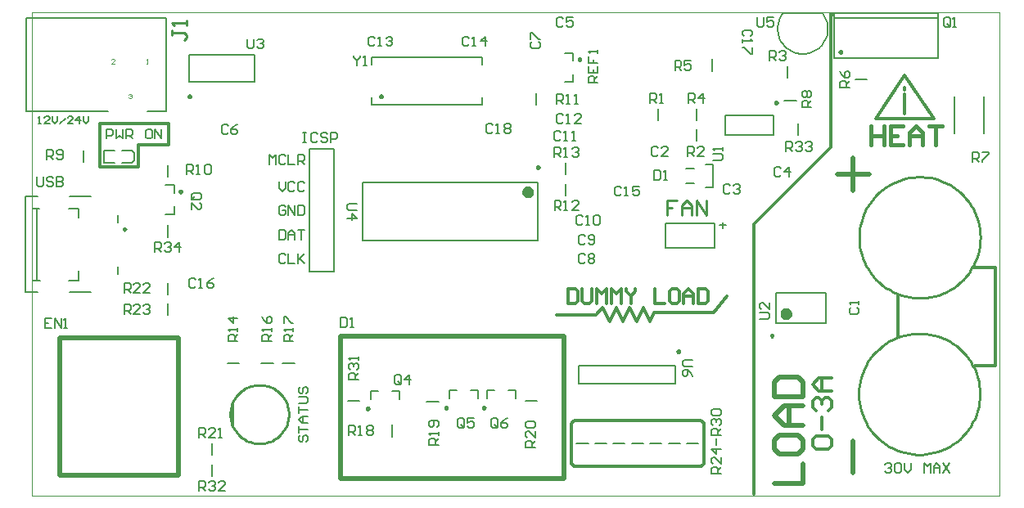
<source format=gto>
%FSTAX24Y24*%
%MOIN*%
%SFA1B1*%

%IPPOS*%
%ADD30C,0.019700*%
%ADD31C,0.023600*%
%ADD33C,0.015700*%
%ADD37C,0.011800*%
%ADD38C,0.003900*%
%ADD61C,0.009800*%
%ADD62C,0.007900*%
%ADD63C,0.010000*%
%ADD64C,0.005000*%
%LNdummyv1-1*%
%LPD*%
G54D30*
X012567Y006475D02*
X021667D01*
Y000675D02*
Y006475D01*
X012567Y000675D02*
X021667D01*
X012567D02*
Y006475D01*
X001142Y000827D02*
X005748D01*
X005945*
Y00626*
Y006417*
X001102D02*
X005945D01*
X001102Y000827D02*
Y006417D01*
X030217Y000492D02*
X031398D01*
Y001279*
X030217Y002263D02*
Y00187D01*
X030414Y001673*
X031201*
X031398Y00187*
Y002263*
X031201Y00246*
X030414*
X030217Y002263*
X031398Y002854D02*
X03061D01*
X030217Y003247*
X03061Y003641*
X031398*
X030807*
Y002854*
X030217Y004034D02*
X031398D01*
Y004625*
X031201Y004821*
X030414*
X030217Y004625*
Y004034*
X033426Y000906D02*
Y002217D01*
X032776Y01309D02*
X034088D01*
X033432Y013746D02*
Y012434D01*
G54D31*
X020295Y012362D02*
D01*
X020294Y01237*
X020293Y012378*
X020292Y012386*
X02029Y012394*
X020287Y012402*
X020284Y012409*
X020281Y012417*
X020277Y012424*
X020272Y012431*
X020267Y012437*
X020261Y012443*
X020255Y012449*
X020249Y012454*
X020242Y012459*
X020236Y012464*
X020228Y012468*
X020221Y012471*
X020213Y012474*
X020205Y012476*
X020197Y012478*
X020189Y012479*
X020181Y012479*
X020172*
X020164Y012479*
X020156Y012478*
X020148Y012476*
X02014Y012474*
X020132Y012471*
X020125Y012468*
X020118Y012464*
X020111Y012459*
X020104Y012454*
X020098Y012449*
X020092Y012443*
X020086Y012437*
X020081Y012431*
X020076Y012424*
X020072Y012417*
X020069Y012409*
X020066Y012402*
X020063Y012394*
X020061Y012386*
X02006Y012378*
X020059Y01237*
X020059Y012362*
X020059Y012353*
X02006Y012345*
X020061Y012337*
X020063Y012329*
X020066Y012321*
X020069Y012314*
X020072Y012306*
X020076Y012299*
X020081Y012292*
X020086Y012286*
X020092Y01228*
X020098Y012274*
X020104Y012269*
X020111Y012264*
X020118Y012259*
X020125Y012255*
X020132Y012252*
X02014Y012249*
X020148Y012247*
X020156Y012245*
X020164Y012244*
X020172Y012244*
X020181*
X020189Y012244*
X020197Y012245*
X020205Y012247*
X020213Y012249*
X020221Y012252*
X020228Y012255*
X020236Y012259*
X020242Y012264*
X020249Y012269*
X020255Y012274*
X020261Y01228*
X020267Y012286*
X020272Y012292*
X020277Y012299*
X020281Y012306*
X020284Y012314*
X020287Y012321*
X02029Y012329*
X020292Y012337*
X020293Y012345*
X020294Y012353*
X020295Y012362*
X030807Y007402D02*
D01*
X030806Y00741*
X030805Y007418*
X030804Y007426*
X030802Y007434*
X030799Y007442*
X030796Y007449*
X030793Y007457*
X030789Y007464*
X030784Y007471*
X030779Y007477*
X030773Y007483*
X030767Y007489*
X030761Y007494*
X030754Y007499*
X030748Y007504*
X03074Y007508*
X030733Y007511*
X030725Y007514*
X030717Y007516*
X030709Y007518*
X030701Y007519*
X030693Y007519*
X030684*
X030676Y007519*
X030668Y007518*
X03066Y007516*
X030652Y007514*
X030644Y007511*
X030637Y007508*
X03063Y007504*
X030623Y007499*
X030616Y007494*
X03061Y007489*
X030604Y007483*
X030598Y007477*
X030593Y007471*
X030588Y007464*
X030584Y007457*
X030581Y007449*
X030578Y007442*
X030575Y007434*
X030573Y007426*
X030572Y007418*
X030571Y00741*
X030571Y007402*
X030571Y007393*
X030572Y007385*
X030573Y007377*
X030575Y007369*
X030578Y007361*
X030581Y007354*
X030584Y007346*
X030588Y007339*
X030593Y007332*
X030598Y007326*
X030604Y00732*
X03061Y007314*
X030616Y007309*
X030623Y007304*
X03063Y007299*
X030637Y007295*
X030644Y007292*
X030652Y007289*
X03066Y007287*
X030668Y007285*
X030676Y007284*
X030684Y007284*
X030693*
X030701Y007284*
X030709Y007285*
X030717Y007287*
X030725Y007289*
X030733Y007292*
X03074Y007295*
X030748Y007299*
X030754Y007304*
X030761Y007309*
X030767Y007314*
X030773Y00732*
X030779Y007326*
X030784Y007332*
X030789Y007339*
X030793Y007346*
X030796Y007354*
X030799Y007361*
X030802Y007369*
X030804Y007377*
X030805Y007385*
X030806Y007393*
X030807Y007402*
G54D33*
X034154Y015059D02*
Y014272D01*
Y014665*
X034678*
Y015059*
Y014272*
X035465Y015059D02*
X034941D01*
Y014272*
X035465*
X034941Y014665D02*
X035203D01*
X035728Y014272D02*
Y014796D01*
X03599Y015059*
X036253Y014796*
Y014272*
Y014665*
X035728*
X036515Y015059D02*
X03704D01*
X036777*
Y014272*
G54D37*
X022146Y003051D02*
D01*
X022132Y00305*
X022118Y003049*
X022105Y003046*
X022091Y003043*
X022078Y003039*
X022065Y003033*
X022053Y003027*
X022041Y003021*
X02203Y003013*
X022019Y003004*
X022009Y002995*
X021999Y002985*
X02199Y002975*
X021982Y002964*
X021975Y002952*
X021968Y00294*
X021963Y002927*
X021958Y002914*
X021954Y002901*
X021951Y002888*
X02195Y002874*
X021949Y00286*
X021949Y002854*
Y001378D02*
D01*
X021949Y001364*
X02195Y00135*
X021953Y001337*
X021956Y001323*
X02196Y00131*
X021966Y001297*
X021972Y001285*
X021978Y001273*
X021986Y001262*
X021995Y001251*
X022004Y001241*
X022014Y001231*
X022024Y001222*
X022035Y001214*
X022047Y001207*
X022059Y0012*
X022072Y001195*
X022085Y00119*
X022098Y001186*
X022111Y001183*
X022125Y001182*
X022139Y001181*
X022146Y001181*
X027165D02*
D01*
X027178Y001181*
X027192Y001182*
X027205Y001185*
X027219Y001188*
X027232Y001192*
X027245Y001198*
X027257Y001204*
X027269Y00121*
X02728Y001218*
X027291Y001227*
X027301Y001236*
X027311Y001246*
X02732Y001256*
X027328Y001267*
X027335Y001279*
X027342Y001291*
X027347Y001304*
X027352Y001317*
X027356Y00133*
X027359Y001343*
X02736Y001357*
X027361Y001371*
X027362Y001378*
Y002854D02*
D01*
X027361Y002867*
X02736Y002881*
X027357Y002894*
X027354Y002908*
X02735Y002921*
X027344Y002934*
X027338Y002946*
X027332Y002958*
X027324Y002969*
X027315Y00298*
X027306Y00299*
X027296Y003*
X027286Y003009*
X027275Y003017*
X027263Y003024*
X027251Y003031*
X027238Y003036*
X027225Y003041*
X027212Y003045*
X027199Y003048*
X027185Y003049*
X027171Y00305*
X027165Y003051*
X021339Y007362D02*
X022953D01*
X023228Y007638*
X023504Y007087*
X02378Y007638*
X024055Y007087*
X024331Y007638D02*
X024606Y007087D01*
X024055D02*
X024331Y007638D01*
X024882D02*
X025157Y007087D01*
X024606D02*
X024882Y007638D01*
X025157Y007087D02*
X025315Y007441D01*
X027323*
X027756*
X028268Y00811*
X02939Y000039D02*
Y011043D01*
X03252Y014173*
Y019636*
X005541Y014272D02*
Y015157D01*
X002756D02*
X005541D01*
X002756Y014272D02*
Y015157D01*
X004331Y014272D02*
X005541D01*
X004331Y013386D02*
Y014272D01*
X002756Y013386D02*
X004331D01*
X002756D02*
Y014272D01*
X021949Y001378D02*
Y002854D01*
X022146Y001181D02*
X027165D01*
X027362Y001378D02*
Y002854D01*
X022146Y003051D02*
X027165D01*
X035531Y016535D02*
Y016634D01*
Y016142D02*
Y016339D01*
Y015551D02*
Y016142D01*
X03435Y015354D02*
X035531Y017126D01*
X036713Y015354*
X03435D02*
X036713D01*
X038386Y005283D02*
X039232D01*
X038287Y009283D02*
X039232D01*
X035256Y006496D02*
Y008169D01*
X039232Y005283D02*
Y009283D01*
X031903Y00189D02*
X031772Y002021D01*
Y002283*
X031903Y002415*
X032428*
X032559Y002283*
Y002021*
X032428Y00189*
X031903*
X032165Y002677D02*
Y003202D01*
X031903Y003464D02*
X031772Y003595D01*
Y003858*
X031903Y003989*
X032034*
X032165Y003858*
Y003726*
Y003858*
X032297Y003989*
X032428*
X032559Y003858*
Y003595*
X032428Y003464*
X032559Y004251D02*
X032034D01*
X031772Y004514*
X032034Y004776*
X032559*
X032165*
Y004251*
X021811Y008425D02*
Y007835D01*
X022106*
X022205Y007933*
Y008327*
X022106Y008425*
X021811*
X022401D02*
Y007933D01*
X0225Y007835*
X022697*
X022795Y007933*
Y008425*
X022992Y007835D02*
Y008425D01*
X023189Y008228*
X023385Y008425*
Y007835*
X023582D02*
Y008425D01*
X023779Y008228*
X023976Y008425*
Y007835*
X024172Y008425D02*
Y008327D01*
X024369Y00813*
X024566Y008327*
Y008425*
X024369Y00813D02*
Y007835D01*
X025353Y008425D02*
Y007835D01*
X025747*
X026239Y008425D02*
X026042D01*
X025944Y008327*
Y007933*
X026042Y007835*
X026239*
X026337Y007933*
Y008327*
X026239Y008425*
X026534Y007835D02*
Y008228D01*
X026731Y008425*
X026927Y008228*
Y007835*
Y00813*
X026534*
X027124Y008425D02*
Y007835D01*
X027419*
X027518Y007933*
Y008327*
X027419Y008425*
X027124*
G54D38*
X003927Y016335D02*
X00396Y016368D01*
X004026*
X004058Y016335*
Y016302*
X004026Y01627*
X003993*
X004026*
X004058Y016237*
Y016204*
X004026Y016171*
X00396*
X003927Y016204*
X00335Y017589D02*
X003219D01*
X00335Y01772*
Y017753*
X003317Y017785*
X003251*
X003219Y017753*
X004636Y017589D02*
X004701D01*
X004669*
Y017785*
X004636Y017753*
X0Y0D02*
Y019685D01*
X03937*
Y0D02*
Y019685D01*
X0Y0D02*
X03937D01*
G54D61*
X003802Y010852D02*
D01*
X003801Y010855*
X003801Y010858*
X0038Y010862*
X0038Y010865*
X003799Y010868*
X003797Y010871*
X003796Y010875*
X003794Y010877*
X003792Y01088*
X00379Y010883*
X003788Y010886*
X003785Y010888*
X003783Y01089*
X00378Y010892*
X003777Y010894*
X003774Y010896*
X003771Y010897*
X003768Y010898*
X003764Y010899*
X003761Y0109*
X003758Y0109*
X003754Y0109*
X003751*
X003747Y0109*
X003744Y0109*
X003741Y010899*
X003737Y010898*
X003734Y010897*
X003731Y010896*
X003728Y010894*
X003725Y010892*
X003722Y01089*
X00372Y010888*
X003717Y010886*
X003715Y010883*
X003713Y01088*
X003711Y010877*
X003709Y010875*
X003708Y010871*
X003706Y010868*
X003705Y010865*
X003705Y010862*
X003704Y010858*
X003704Y010855*
X003704Y010852*
X003704Y010848*
X003704Y010845*
X003705Y010841*
X003705Y010838*
X003706Y010835*
X003708Y010832*
X003709Y010828*
X003711Y010826*
X003713Y010823*
X003715Y01082*
X003717Y010817*
X00372Y010815*
X003722Y010813*
X003725Y010811*
X003728Y010809*
X003731Y010807*
X003734Y010806*
X003737Y010805*
X003741Y010804*
X003744Y010803*
X003747Y010803*
X003751Y010803*
X003754*
X003758Y010803*
X003761Y010803*
X003764Y010804*
X003768Y010805*
X003771Y010806*
X003774Y010807*
X003777Y010809*
X00378Y010811*
X003783Y010813*
X003785Y010815*
X003788Y010817*
X00379Y01082*
X003792Y010823*
X003794Y010826*
X003796Y010828*
X003797Y010832*
X003799Y010835*
X0038Y010838*
X0038Y010841*
X003801Y010845*
X003801Y010848*
X003802Y010852*
X020642Y013366D02*
D01*
X020641Y013369*
X020641Y013372*
X02064Y013376*
X02064Y013379*
X020639Y013382*
X020637Y013385*
X020636Y013389*
X020634Y013391*
X020632Y013394*
X02063Y013397*
X020628Y0134*
X020625Y013402*
X020623Y013404*
X02062Y013406*
X020617Y013408*
X020614Y01341*
X020611Y013411*
X020608Y013412*
X020604Y013413*
X020601Y013414*
X020598Y013414*
X020594Y013414*
X020591*
X020587Y013414*
X020584Y013414*
X020581Y013413*
X020577Y013412*
X020574Y013411*
X020571Y01341*
X020568Y013408*
X020565Y013406*
X020562Y013404*
X02056Y013402*
X020557Y0134*
X020555Y013397*
X020553Y013394*
X020551Y013391*
X020549Y013389*
X020548Y013385*
X020546Y013382*
X020545Y013379*
X020545Y013376*
X020544Y013372*
X020544Y013369*
X020544Y013366*
X020544Y013362*
X020544Y013359*
X020545Y013355*
X020545Y013352*
X020546Y013349*
X020548Y013346*
X020549Y013342*
X020551Y01334*
X020553Y013337*
X020555Y013334*
X020557Y013331*
X02056Y013329*
X020562Y013327*
X020565Y013325*
X020568Y013323*
X020571Y013321*
X020574Y01332*
X020577Y013319*
X020581Y013318*
X020584Y013317*
X020587Y013317*
X020591Y013317*
X020594*
X020598Y013317*
X020601Y013317*
X020604Y013318*
X020608Y013319*
X020611Y01332*
X020614Y013321*
X020617Y013323*
X02062Y013325*
X020623Y013327*
X020625Y013329*
X020628Y013331*
X02063Y013334*
X020632Y013337*
X020634Y01334*
X020636Y013342*
X020637Y013346*
X020639Y013349*
X02064Y013352*
X02064Y013355*
X020641Y013359*
X020641Y013362*
X020642Y013366*
X006447Y01626D02*
D01*
X006446Y016263*
X006446Y016266*
X006445Y01627*
X006445Y016273*
X006444Y016276*
X006442Y016279*
X006441Y016283*
X006439Y016285*
X006437Y016288*
X006435Y016291*
X006433Y016294*
X00643Y016296*
X006428Y016298*
X006425Y0163*
X006422Y016302*
X006419Y016304*
X006416Y016305*
X006413Y016306*
X006409Y016307*
X006406Y016308*
X006403Y016308*
X006399Y016308*
X006396*
X006392Y016308*
X006389Y016308*
X006386Y016307*
X006382Y016306*
X006379Y016305*
X006376Y016304*
X006373Y016302*
X00637Y0163*
X006367Y016298*
X006365Y016296*
X006362Y016294*
X00636Y016291*
X006358Y016288*
X006356Y016285*
X006354Y016283*
X006353Y016279*
X006351Y016276*
X00635Y016273*
X00635Y01627*
X006349Y016266*
X006349Y016263*
X006349Y01626*
X006349Y016256*
X006349Y016253*
X00635Y016249*
X00635Y016246*
X006351Y016243*
X006353Y01624*
X006354Y016236*
X006356Y016234*
X006358Y016231*
X00636Y016228*
X006362Y016225*
X006365Y016223*
X006367Y016221*
X00637Y016219*
X006373Y016217*
X006376Y016215*
X006379Y016214*
X006382Y016213*
X006386Y016212*
X006389Y016211*
X006392Y016211*
X006396Y016211*
X006399*
X006403Y016211*
X006406Y016211*
X006409Y016212*
X006413Y016213*
X006416Y016214*
X006419Y016215*
X006422Y016217*
X006425Y016219*
X006428Y016221*
X00643Y016223*
X006433Y016225*
X006435Y016228*
X006437Y016231*
X006439Y016234*
X006441Y016236*
X006442Y01624*
X006444Y016243*
X006445Y016246*
X006445Y016249*
X006446Y016253*
X006446Y016256*
X006447Y01626*
X006093Y012382D02*
D01*
X006092Y012385*
X006092Y012388*
X006091Y012392*
X006091Y012395*
X00609Y012398*
X006088Y012401*
X006087Y012405*
X006085Y012407*
X006083Y01241*
X006081Y012413*
X006079Y012416*
X006076Y012418*
X006074Y01242*
X006071Y012422*
X006068Y012424*
X006065Y012426*
X006062Y012427*
X006059Y012428*
X006055Y012429*
X006052Y01243*
X006049Y01243*
X006045Y01243*
X006042*
X006038Y01243*
X006035Y01243*
X006032Y012429*
X006028Y012428*
X006025Y012427*
X006022Y012426*
X006019Y012424*
X006016Y012422*
X006013Y01242*
X006011Y012418*
X006008Y012416*
X006006Y012413*
X006004Y01241*
X006002Y012407*
X006Y012405*
X005999Y012401*
X005997Y012398*
X005996Y012395*
X005996Y012392*
X005995Y012388*
X005995Y012385*
X005995Y012382*
X005995Y012378*
X005995Y012375*
X005996Y012371*
X005996Y012368*
X005997Y012365*
X005999Y012362*
X006Y012358*
X006002Y012356*
X006004Y012353*
X006006Y01235*
X006008Y012347*
X006011Y012345*
X006013Y012343*
X006016Y012341*
X006019Y012339*
X006022Y012337*
X006025Y012336*
X006028Y012335*
X006032Y012334*
X006035Y012333*
X006038Y012333*
X006042Y012333*
X006045*
X006049Y012333*
X006052Y012333*
X006055Y012334*
X006059Y012335*
X006062Y012336*
X006065Y012337*
X006068Y012339*
X006071Y012341*
X006074Y012343*
X006076Y012345*
X006079Y012347*
X006081Y01235*
X006083Y012353*
X006085Y012356*
X006087Y012358*
X006088Y012362*
X00609Y012365*
X006091Y012368*
X006091Y012371*
X006092Y012375*
X006092Y012378*
X006093Y012382*
X013711Y003543D02*
D01*
X01371Y003546*
X01371Y003549*
X013709Y003553*
X013709Y003556*
X013708Y003559*
X013706Y003562*
X013705Y003566*
X013703Y003568*
X013701Y003571*
X013699Y003574*
X013697Y003577*
X013694Y003579*
X013692Y003581*
X013689Y003583*
X013686Y003585*
X013683Y003587*
X01368Y003588*
X013677Y003589*
X013673Y00359*
X01367Y003591*
X013667Y003591*
X013663Y003591*
X01366*
X013656Y003591*
X013653Y003591*
X01365Y00359*
X013646Y003589*
X013643Y003588*
X01364Y003587*
X013637Y003585*
X013634Y003583*
X013631Y003581*
X013629Y003579*
X013626Y003577*
X013624Y003574*
X013622Y003571*
X01362Y003568*
X013618Y003566*
X013617Y003562*
X013615Y003559*
X013614Y003556*
X013614Y003553*
X013613Y003549*
X013613Y003546*
X013613Y003543*
X013613Y003539*
X013613Y003536*
X013614Y003532*
X013614Y003529*
X013615Y003526*
X013617Y003523*
X013618Y003519*
X01362Y003517*
X013622Y003514*
X013624Y003511*
X013626Y003508*
X013629Y003506*
X013631Y003504*
X013634Y003502*
X013637Y0035*
X01364Y003498*
X013643Y003497*
X013646Y003496*
X01365Y003495*
X013653Y003494*
X013656Y003494*
X01366Y003494*
X013663*
X013667Y003494*
X01367Y003494*
X013673Y003495*
X013677Y003496*
X01368Y003497*
X013683Y003498*
X013686Y0035*
X013689Y003502*
X013692Y003504*
X013694Y003506*
X013697Y003508*
X013699Y003511*
X013701Y003514*
X013703Y003517*
X013705Y003519*
X013706Y003523*
X013708Y003526*
X013709Y003529*
X013709Y003532*
X01371Y003536*
X01371Y003539*
X013711Y003543*
X0169Y003573D02*
D01*
X016899Y003576*
X016899Y003579*
X016898Y003583*
X016898Y003586*
X016897Y003589*
X016895Y003592*
X016894Y003596*
X016892Y003598*
X01689Y003601*
X016888Y003604*
X016886Y003607*
X016883Y003609*
X016881Y003611*
X016878Y003613*
X016875Y003615*
X016872Y003617*
X016869Y003618*
X016866Y003619*
X016862Y00362*
X016859Y003621*
X016856Y003621*
X016852Y003621*
X016849*
X016845Y003621*
X016842Y003621*
X016839Y00362*
X016835Y003619*
X016832Y003618*
X016829Y003617*
X016826Y003615*
X016823Y003613*
X01682Y003611*
X016818Y003609*
X016815Y003607*
X016813Y003604*
X016811Y003601*
X016809Y003598*
X016807Y003596*
X016806Y003592*
X016804Y003589*
X016803Y003586*
X016803Y003583*
X016802Y003579*
X016802Y003576*
X016802Y003573*
X016802Y003569*
X016802Y003566*
X016803Y003562*
X016803Y003559*
X016804Y003556*
X016806Y003553*
X016807Y003549*
X016809Y003547*
X016811Y003544*
X016813Y003541*
X016815Y003538*
X016818Y003536*
X01682Y003534*
X016823Y003532*
X016826Y00353*
X016829Y003528*
X016832Y003527*
X016835Y003526*
X016839Y003525*
X016842Y003524*
X016845Y003524*
X016849Y003524*
X016852*
X016856Y003524*
X016859Y003524*
X016862Y003525*
X016866Y003526*
X016869Y003527*
X016872Y003528*
X016875Y00353*
X016878Y003532*
X016881Y003534*
X016883Y003536*
X016886Y003538*
X016888Y003541*
X01689Y003544*
X016892Y003547*
X016894Y003549*
X016895Y003553*
X016897Y003556*
X016898Y003559*
X016898Y003562*
X016899Y003566*
X016899Y003569*
X0169Y003573*
X018435D02*
D01*
X018434Y003576*
X018434Y003579*
X018433Y003583*
X018433Y003586*
X018432Y003589*
X01843Y003592*
X018429Y003596*
X018427Y003598*
X018425Y003601*
X018423Y003604*
X018421Y003607*
X018418Y003609*
X018416Y003611*
X018413Y003613*
X01841Y003615*
X018407Y003617*
X018404Y003618*
X018401Y003619*
X018397Y00362*
X018394Y003621*
X018391Y003621*
X018387Y003621*
X018384*
X01838Y003621*
X018377Y003621*
X018374Y00362*
X01837Y003619*
X018367Y003618*
X018364Y003617*
X018361Y003615*
X018358Y003613*
X018355Y003611*
X018353Y003609*
X01835Y003607*
X018348Y003604*
X018346Y003601*
X018344Y003598*
X018342Y003596*
X018341Y003592*
X018339Y003589*
X018338Y003586*
X018338Y003583*
X018337Y003579*
X018337Y003576*
X018337Y003573*
X018337Y003569*
X018337Y003566*
X018338Y003562*
X018338Y003559*
X018339Y003556*
X018341Y003553*
X018342Y003549*
X018344Y003547*
X018346Y003544*
X018348Y003541*
X01835Y003538*
X018353Y003536*
X018355Y003534*
X018358Y003532*
X018361Y00353*
X018364Y003528*
X018367Y003527*
X01837Y003526*
X018374Y003525*
X018377Y003524*
X01838Y003524*
X018384Y003524*
X018387*
X018391Y003524*
X018394Y003524*
X018397Y003525*
X018401Y003526*
X018404Y003527*
X018407Y003528*
X01841Y00353*
X018413Y003532*
X018416Y003534*
X018418Y003536*
X018421Y003538*
X018423Y003541*
X018425Y003544*
X018427Y003547*
X018429Y003549*
X01843Y003553*
X018432Y003556*
X018433Y003559*
X018433Y003562*
X018434Y003566*
X018434Y003569*
X018435Y003573*
X02636Y005862D02*
D01*
X026359Y005865*
X026359Y005868*
X026358Y005872*
X026358Y005875*
X026357Y005878*
X026355Y005881*
X026354Y005885*
X026352Y005887*
X02635Y00589*
X026348Y005893*
X026346Y005896*
X026343Y005898*
X026341Y0059*
X026338Y005902*
X026335Y005904*
X026332Y005906*
X026329Y005907*
X026326Y005908*
X026322Y005909*
X026319Y00591*
X026316Y00591*
X026312Y00591*
X026309*
X026305Y00591*
X026302Y00591*
X026299Y005909*
X026295Y005908*
X026292Y005907*
X026289Y005906*
X026286Y005904*
X026283Y005902*
X02628Y0059*
X026278Y005898*
X026275Y005896*
X026273Y005893*
X026271Y00589*
X026269Y005887*
X026267Y005885*
X026266Y005881*
X026264Y005878*
X026263Y005875*
X026263Y005872*
X026262Y005868*
X026262Y005865*
X026262Y005862*
X026262Y005858*
X026262Y005855*
X026263Y005851*
X026263Y005848*
X026264Y005845*
X026266Y005842*
X026267Y005838*
X026269Y005836*
X026271Y005833*
X026273Y00583*
X026275Y005827*
X026278Y005825*
X02628Y005823*
X026283Y005821*
X026286Y005819*
X026289Y005817*
X026292Y005816*
X026295Y005815*
X026299Y005814*
X026302Y005813*
X026305Y005813*
X026309Y005813*
X026312*
X026316Y005813*
X026319Y005813*
X026322Y005814*
X026326Y005815*
X026329Y005816*
X026332Y005817*
X026335Y005819*
X026338Y005821*
X026341Y005823*
X026343Y005825*
X026346Y005827*
X026348Y00583*
X02635Y005833*
X026352Y005836*
X026354Y005838*
X026355Y005842*
X026357Y005845*
X026358Y005848*
X026358Y005851*
X026359Y005855*
X026359Y005858*
X02636Y005862*
X022333Y017776D02*
D01*
X022332Y017779*
X022332Y017782*
X022331Y017786*
X022331Y017789*
X02233Y017792*
X022328Y017795*
X022327Y017799*
X022325Y017801*
X022323Y017804*
X022321Y017807*
X022319Y01781*
X022316Y017812*
X022314Y017814*
X022311Y017816*
X022308Y017818*
X022305Y01782*
X022302Y017821*
X022299Y017822*
X022295Y017823*
X022292Y017824*
X022289Y017824*
X022285Y017824*
X022282*
X022278Y017824*
X022275Y017824*
X022272Y017823*
X022268Y017822*
X022265Y017821*
X022262Y01782*
X022259Y017818*
X022256Y017816*
X022253Y017814*
X022251Y017812*
X022248Y01781*
X022246Y017807*
X022244Y017804*
X022242Y017801*
X02224Y017799*
X022239Y017795*
X022237Y017792*
X022236Y017789*
X022236Y017786*
X022235Y017782*
X022235Y017779*
X022235Y017776*
X022235Y017772*
X022235Y017769*
X022236Y017765*
X022236Y017762*
X022237Y017759*
X022239Y017756*
X02224Y017752*
X022242Y01775*
X022244Y017747*
X022246Y017744*
X022248Y017741*
X022251Y017739*
X022253Y017737*
X022256Y017735*
X022259Y017733*
X022262Y017731*
X022265Y01773*
X022268Y017729*
X022272Y017728*
X022275Y017727*
X022278Y017727*
X022282Y017727*
X022285*
X022289Y017727*
X022292Y017727*
X022295Y017728*
X022299Y017729*
X022302Y01773*
X022305Y017731*
X022308Y017733*
X022311Y017735*
X022314Y017737*
X022316Y017739*
X022319Y017741*
X022321Y017744*
X022323Y017747*
X022325Y01775*
X022327Y017752*
X022328Y017756*
X02233Y017759*
X022331Y017762*
X022331Y017765*
X022332Y017769*
X022332Y017772*
X022333Y017776*
X014242Y01626D02*
D01*
X014241Y016263*
X014241Y016266*
X01424Y01627*
X01424Y016273*
X014239Y016276*
X014237Y016279*
X014236Y016283*
X014234Y016285*
X014232Y016288*
X01423Y016291*
X014228Y016294*
X014225Y016296*
X014223Y016298*
X01422Y0163*
X014217Y016302*
X014214Y016304*
X014211Y016305*
X014208Y016306*
X014204Y016307*
X014201Y016308*
X014198Y016308*
X014194Y016308*
X014191*
X014187Y016308*
X014184Y016308*
X014181Y016307*
X014177Y016306*
X014174Y016305*
X014171Y016304*
X014168Y016302*
X014165Y0163*
X014162Y016298*
X01416Y016296*
X014157Y016294*
X014155Y016291*
X014153Y016288*
X014151Y016285*
X014149Y016283*
X014148Y016279*
X014146Y016276*
X014145Y016273*
X014145Y01627*
X014144Y016266*
X014144Y016263*
X014144Y01626*
X014144Y016256*
X014144Y016253*
X014145Y016249*
X014145Y016246*
X014146Y016243*
X014148Y01624*
X014149Y016236*
X014151Y016234*
X014153Y016231*
X014155Y016228*
X014157Y016225*
X01416Y016223*
X014162Y016221*
X014165Y016219*
X014168Y016217*
X014171Y016215*
X014174Y016214*
X014177Y016213*
X014181Y016212*
X014184Y016211*
X014187Y016211*
X014191Y016211*
X014194*
X014198Y016211*
X014201Y016211*
X014204Y016212*
X014208Y016213*
X014211Y016214*
X014214Y016215*
X014217Y016217*
X01422Y016219*
X014223Y016221*
X014225Y016223*
X014228Y016225*
X01423Y016228*
X014232Y016231*
X014234Y016234*
X014236Y016236*
X014237Y01624*
X014239Y016243*
X01424Y016246*
X01424Y016249*
X014241Y016253*
X014241Y016256*
X014242Y01626*
X030346Y016004D02*
D01*
X030345Y016007*
X030345Y01601*
X030344Y016014*
X030344Y016017*
X030343Y01602*
X030341Y016023*
X03034Y016027*
X030338Y016029*
X030336Y016032*
X030334Y016035*
X030332Y016038*
X030329Y01604*
X030327Y016042*
X030324Y016044*
X030321Y016046*
X030318Y016048*
X030315Y016049*
X030312Y01605*
X030308Y016051*
X030305Y016052*
X030302Y016052*
X030298Y016052*
X030295*
X030291Y016052*
X030288Y016052*
X030285Y016051*
X030281Y01605*
X030278Y016049*
X030275Y016048*
X030272Y016046*
X030269Y016044*
X030266Y016042*
X030264Y01604*
X030261Y016038*
X030259Y016035*
X030257Y016032*
X030255Y016029*
X030253Y016027*
X030252Y016023*
X03025Y01602*
X030249Y016017*
X030249Y016014*
X030248Y01601*
X030248Y016007*
X030248Y016004*
X030248Y016*
X030248Y015997*
X030249Y015993*
X030249Y01599*
X03025Y015987*
X030252Y015984*
X030253Y01598*
X030255Y015978*
X030257Y015975*
X030259Y015972*
X030261Y015969*
X030264Y015967*
X030266Y015965*
X030269Y015963*
X030272Y015961*
X030275Y015959*
X030278Y015958*
X030281Y015957*
X030285Y015956*
X030288Y015955*
X030291Y015955*
X030295Y015955*
X030298*
X030302Y015955*
X030305Y015955*
X030308Y015956*
X030312Y015957*
X030315Y015958*
X030318Y015959*
X030321Y015961*
X030324Y015963*
X030327Y015965*
X030329Y015967*
X030332Y015969*
X030334Y015972*
X030336Y015975*
X030338Y015978*
X03034Y01598*
X030341Y015984*
X030343Y015987*
X030344Y01599*
X030344Y015993*
X030345Y015997*
X030345Y016*
X030346Y016004*
X032963Y018071D02*
D01*
X032962Y018074*
X032962Y018077*
X032961Y018081*
X032961Y018084*
X03296Y018087*
X032958Y01809*
X032957Y018094*
X032955Y018096*
X032953Y018099*
X032951Y018102*
X032949Y018105*
X032946Y018107*
X032944Y018109*
X032941Y018111*
X032938Y018113*
X032935Y018115*
X032932Y018116*
X032929Y018117*
X032925Y018118*
X032922Y018119*
X032919Y018119*
X032915Y018119*
X032912*
X032908Y018119*
X032905Y018119*
X032902Y018118*
X032898Y018117*
X032895Y018116*
X032892Y018115*
X032889Y018113*
X032886Y018111*
X032883Y018109*
X032881Y018107*
X032878Y018105*
X032876Y018102*
X032874Y018099*
X032872Y018096*
X03287Y018094*
X032869Y01809*
X032867Y018087*
X032866Y018084*
X032866Y018081*
X032865Y018077*
X032865Y018074*
X032865Y018071*
X032865Y018067*
X032865Y018064*
X032866Y01806*
X032866Y018057*
X032867Y018054*
X032869Y018051*
X03287Y018047*
X032872Y018045*
X032874Y018042*
X032876Y018039*
X032878Y018036*
X032881Y018034*
X032883Y018032*
X032886Y01803*
X032889Y018028*
X032892Y018026*
X032895Y018025*
X032898Y018024*
X032902Y018023*
X032905Y018022*
X032908Y018022*
X032912Y018022*
X032915*
X032919Y018022*
X032922Y018022*
X032925Y018023*
X032929Y018024*
X032932Y018025*
X032935Y018026*
X032938Y018028*
X032941Y01803*
X032944Y018032*
X032946Y018034*
X032949Y018036*
X032951Y018039*
X032953Y018042*
X032955Y018045*
X032957Y018047*
X032958Y018051*
X03296Y018054*
X032961Y018057*
X032961Y01806*
X032962Y018064*
X032962Y018067*
X032963Y018071*
X032569Y019598D02*
D01*
X032568Y019601*
X032568Y019604*
X032567Y019608*
X032567Y019611*
X032566Y019614*
X032564Y019617*
X032563Y019621*
X032561Y019623*
X032559Y019626*
X032557Y019629*
X032555Y019632*
X032552Y019634*
X03255Y019636*
X032547Y019638*
X032544Y01964*
X032541Y019642*
X032538Y019643*
X032535Y019644*
X032531Y019645*
X032528Y019646*
X032525Y019646*
X032521Y019646*
X032518*
X032514Y019646*
X032511Y019646*
X032508Y019645*
X032504Y019644*
X032501Y019643*
X032498Y019642*
X032495Y01964*
X032492Y019638*
X032489Y019636*
X032487Y019634*
X032484Y019632*
X032482Y019629*
X03248Y019626*
X032478Y019623*
X032476Y019621*
X032475Y019617*
X032473Y019614*
X032472Y019611*
X032472Y019608*
X032471Y019604*
X032471Y019601*
X032471Y019598*
X032471Y019594*
X032471Y019591*
X032472Y019587*
X032472Y019584*
X032473Y019581*
X032475Y019578*
X032476Y019574*
X032478Y019572*
X03248Y019569*
X032482Y019566*
X032484Y019563*
X032487Y019561*
X032489Y019559*
X032492Y019557*
X032495Y019555*
X032498Y019553*
X032501Y019552*
X032504Y019551*
X032508Y01955*
X032511Y019549*
X032514Y019549*
X032518Y019549*
X032521*
X032525Y019549*
X032528Y019549*
X032531Y01955*
X032535Y019551*
X032538Y019552*
X032541Y019553*
X032544Y019555*
X032547Y019557*
X03255Y019559*
X032552Y019561*
X032555Y019563*
X032557Y019566*
X032559Y019569*
X032561Y019572*
X032563Y019574*
X032564Y019578*
X032566Y019581*
X032567Y019584*
X032567Y019587*
X032568Y019591*
X032568Y019594*
X032569Y019598*
X030167Y006516D02*
D01*
X030166Y006519*
X030166Y006522*
X030165Y006526*
X030165Y006529*
X030164Y006532*
X030162Y006535*
X030161Y006539*
X030159Y006541*
X030157Y006544*
X030155Y006547*
X030153Y00655*
X03015Y006552*
X030148Y006554*
X030145Y006556*
X030142Y006558*
X030139Y00656*
X030136Y006561*
X030133Y006562*
X030129Y006563*
X030126Y006564*
X030123Y006564*
X030119Y006564*
X030116*
X030112Y006564*
X030109Y006564*
X030106Y006563*
X030102Y006562*
X030099Y006561*
X030096Y00656*
X030093Y006558*
X03009Y006556*
X030087Y006554*
X030085Y006552*
X030082Y00655*
X03008Y006547*
X030078Y006544*
X030076Y006541*
X030074Y006539*
X030073Y006535*
X030071Y006532*
X03007Y006529*
X03007Y006526*
X030069Y006522*
X030069Y006519*
X030069Y006516*
X030069Y006512*
X030069Y006509*
X03007Y006505*
X03007Y006502*
X030071Y006499*
X030073Y006496*
X030074Y006492*
X030076Y00649*
X030078Y006487*
X03008Y006484*
X030082Y006481*
X030085Y006479*
X030087Y006477*
X03009Y006475*
X030093Y006473*
X030096Y006471*
X030099Y00647*
X030102Y006469*
X030106Y006468*
X030109Y006467*
X030112Y006467*
X030116Y006467*
X030119*
X030123Y006467*
X030126Y006467*
X030129Y006468*
X030133Y006469*
X030136Y00647*
X030139Y006471*
X030142Y006473*
X030145Y006475*
X030148Y006477*
X03015Y006479*
X030153Y006481*
X030155Y006484*
X030157Y006487*
X030159Y00649*
X030161Y006492*
X030162Y006496*
X030164Y006499*
X030165Y006502*
X030165Y006505*
X030166Y006509*
X030166Y006512*
X030167Y006516*
G54D62*
X030571Y019646D02*
D01*
X030529Y019588*
X030491Y019527*
X030457Y019464*
X030428Y019399*
X030404Y019331*
X030384Y019263*
X030369Y019193*
X030359Y019122*
X030354Y019051*
X030354Y018979*
X030359Y018908*
X030369Y018837*
X030384Y018767*
X030404Y018699*
X030428Y018632*
X030457Y018566*
X030491Y018503*
X030529Y018443*
X030571Y018385*
X030617Y01833*
X030667Y018279*
X03072Y018231*
X030776Y018187*
X030835Y018147*
X030897Y018111*
X030961Y01808*
X031028Y018053*
X031096Y018031*
X031165Y018014*
X031235Y018002*
X031306Y017994*
X031378Y017992*
X031449Y017994*
X03152Y018002*
X031591Y018014*
X03166Y018031*
X031728Y018054*
X031794Y01808*
X031858Y018112*
X03192Y018147*
X03198Y018187*
X032036Y018231*
X032089Y018279*
X032139Y018331*
X032185Y018386*
X032226Y018443*
X032264Y018504*
X032298Y018567*
X032327Y018632*
X032351Y0187*
X032371Y018768*
X032386Y018838*
X032396Y018909*
X032401Y01898*
X032401Y019052*
X032396Y019123*
X032386Y019194*
X032371Y019264*
X032351Y019332*
X032327Y019399*
X032298Y019465*
X032264Y019528*
X032226Y019588*
X032185Y019646*
X005531Y010532D02*
Y011004D01*
X004675Y015659D02*
X005463D01*
Y019439*
X-000246Y015659D02*
X0031D01*
X-000246Y019439D02*
X005463D01*
X-000246Y015659D02*
Y019439D01*
X027687Y017303D02*
Y017776D01*
X031181Y014695D02*
Y015167D01*
X026634Y012726D02*
X026949D01*
X026634Y013317D02*
X026949D01*
X-000283Y008273D02*
Y01217D01*
Y008273D02*
X000229D01*
X001528D02*
X002394D01*
X001528Y01217D02*
X002394D01*
X-000283D02*
X000229D01*
X003497Y009021D02*
Y009336D01*
Y011107D02*
Y011422D01*
X00003Y00876D02*
X000305D01*
X000172D02*
Y011673D01*
X00003D02*
X000285D01*
X001476D02*
X001869D01*
Y011309D02*
Y011673D01*
Y00876D02*
X00187Y009154D01*
X001496Y00876D02*
X001869D01*
X013445Y010394D02*
Y012756D01*
X020571Y010394D02*
Y012756D01*
X013445Y010394D02*
X020571D01*
X013445Y012756D02*
X020571D01*
X021732Y012205D02*
Y012677D01*
X011272Y014122D02*
X012272D01*
Y009122D02*
Y014122D01*
X011272Y009122D02*
Y014122D01*
Y009122D02*
X012272D01*
X009035Y01685D02*
Y017953D01*
X006398Y01685D02*
Y017953D01*
X009035*
X006398Y01685D02*
X009035D01*
X005787Y011457D02*
Y011772D01*
X005433Y011457D02*
X005787D01*
Y012323D02*
Y012638D01*
X005433D02*
X005787D01*
X005512Y012992D02*
Y013465D01*
X002087Y013583D02*
Y014055D01*
X005512Y008189D02*
Y008661D01*
Y007362D02*
Y007835D01*
X007323Y000787D02*
Y00126D01*
Y001654D02*
Y002126D01*
X007953Y005394D02*
X008425D01*
X009331D02*
X009803D01*
X010197D02*
X010669D01*
X012854Y003839D02*
X013327D01*
X016063Y003819D02*
X016535D01*
X014646Y002402D02*
Y002874D01*
X01378Y003907D02*
Y004262D01*
X014094*
X014961Y003907D02*
Y004262D01*
X014646D02*
X014961D01*
X016968Y003937D02*
Y004291D01*
X017283*
X01815Y003937D02*
Y004291D01*
X017835D02*
X01815D01*
X018504Y003937D02*
Y004291D01*
X018819*
X019685Y003937D02*
Y004291D01*
X01937D02*
X019685D01*
X020079Y003858D02*
X020551D01*
X022913Y002126D02*
X023386D01*
X024409D02*
X024882D01*
X026654D02*
X027126D01*
X025906D02*
X026378D01*
X022165D02*
X022638D01*
X023661D02*
X024134D01*
X025157D02*
X02563D01*
X022257Y005272D02*
X026194D01*
X022257Y004563D02*
X026194D01*
Y005272*
X022257Y004563D02*
Y005272D01*
X021732Y013071D02*
Y013543D01*
X020522Y015906D02*
Y016378D01*
X021673Y018031D02*
X022028D01*
Y017717D02*
Y018031D01*
X021673Y01685D02*
X022028D01*
Y017165*
X013819Y017559D02*
Y017854D01*
X018307Y015925D02*
Y01622D01*
X013819Y015925D02*
X018307D01*
X013819D02*
Y01622D01*
X018307Y017559D02*
Y017854D01*
X013819D02*
X018307D01*
X028228Y015472D02*
X030197D01*
X028228Y014685D02*
X030197D01*
Y015472*
X028228Y014685D02*
Y015472D01*
X03063Y016102D02*
X031102D01*
X030748Y017008D02*
Y01748D01*
X03687Y017815D02*
Y019665D01*
X032657Y017815D02*
Y019665D01*
Y017815D02*
X03687D01*
X032657Y019665D02*
X03687D01*
X032657Y019468D02*
X03687D01*
X030571Y019646D02*
X032185D01*
X033504Y016968D02*
X033976D01*
X037539Y014764D02*
Y01626D01*
X03876Y014764D02*
Y01626D01*
X008192Y002787D02*
Y003847D01*
X008162Y003577D02*
X008192Y002787D01*
X008122Y003047D02*
X008162Y003577D01*
X030295Y007008D02*
X032303D01*
X030295Y008268D02*
X032303D01*
X030295Y007008D02*
Y008268D01*
X032303Y007008D02*
Y008268D01*
X027047Y015276D02*
Y015748D01*
Y014449D02*
Y014921D01*
X025472Y015276D02*
Y015748D01*
X025774Y010081D02*
X027774D01*
Y011081*
X025774D02*
X027774D01*
X025774Y010081D02*
Y011081D01*
X027411Y013484D02*
X027707D01*
Y012559D02*
Y013484D01*
X027411Y012559D02*
X027707D01*
X000236Y015138D02*
X000341D01*
X000289*
Y015453*
X000236Y0154*
X000709Y015138D02*
X000499D01*
X000709Y015348*
Y0154*
X000656Y015453*
X000551*
X000499Y0154*
X000813Y015453D02*
Y015243D01*
X000918Y015138*
X001023Y015243*
Y015453*
X001128Y015138D02*
X001338Y015348D01*
X001653Y015138D02*
X001443D01*
X001653Y015348*
Y0154*
X001601Y015453*
X001496*
X001443Y0154*
X001915Y015138D02*
Y015453D01*
X001758Y015295*
X001968*
X002073Y015453D02*
Y015243D01*
X002178Y015138*
X002283Y015243*
Y015453*
X028051Y000886D02*
X027658D01*
Y001083*
X027723Y001148*
X027854*
X02792Y001083*
Y000886*
Y001017D02*
X028051Y001148D01*
Y001542D02*
Y001279D01*
X027789Y001542*
X027723*
X027658Y001476*
Y001345*
X027723Y001279*
X028051Y00187D02*
X027658D01*
X027854Y001673*
Y001935*
Y002067D02*
Y002329D01*
X028051Y00246D02*
X027658D01*
Y002657*
X027723Y002723*
X027854*
X02792Y002657*
Y00246*
Y002591D02*
X028051Y002723D01*
X027723Y002854D02*
X027658Y002919D01*
Y00305*
X027723Y003116*
X027789*
X027854Y00305*
Y002985*
Y00305*
X02792Y003116*
X027986*
X028051Y00305*
Y002919*
X027986Y002854*
X027723Y003247D02*
X027658Y003313D01*
Y003444*
X027723Y00351*
X027986*
X028051Y003444*
Y003313*
X027986Y003247*
X027723*
X005Y009911D02*
Y010305D01*
X005197*
X005262Y010239*
Y010108*
X005197Y010043*
X005*
X005131D02*
X005262Y009911D01*
X005394Y010239D02*
X005459Y010305D01*
X00559*
X005656Y010239*
Y010174*
X00559Y010108*
X005525*
X00559*
X005656Y010043*
Y009977*
X00559Y009911*
X005459*
X005394Y009977*
X005984Y009911D02*
Y010305D01*
X005787Y010108*
X00605*
X018756Y015082D02*
X018691Y015148D01*
X01856*
X018494Y015082*
Y01482*
X01856Y014754*
X018691*
X018756Y01482*
X018888Y014754D02*
X019019D01*
X018953*
Y015148*
X018888Y015082*
X019216D02*
X019281Y015148D01*
X019412*
X019478Y015082*
Y015016*
X019412Y014951*
X019478Y014885*
Y01482*
X019412Y014754*
X019281*
X019216Y01482*
Y014885*
X019281Y014951*
X019216Y015016*
Y015082*
X019281Y014951D02*
X019412D01*
X026171Y017323D02*
Y017716D01*
X026368*
X026434Y017651*
Y01752*
X026368Y017454*
X026171*
X026302D02*
X026434Y017323D01*
X026827Y017716D02*
X026565D01*
Y01752*
X026696Y017585*
X026762*
X026827Y01752*
Y017388*
X026762Y017323*
X02663*
X026565Y017388*
X030689Y014016D02*
Y014409D01*
X030886*
X030951Y014344*
Y014213*
X030886Y014147*
X030689*
X03082D02*
X030951Y014016D01*
X031083Y014344D02*
X031148Y014409D01*
X031279*
X031345Y014344*
Y014278*
X031279Y014213*
X031214*
X031279*
X031345Y014147*
Y014081*
X031279Y014016*
X031148*
X031083Y014081*
X031476Y014344D02*
X031542Y014409D01*
X031673*
X031739Y014344*
Y014278*
X031673Y014213*
X031607*
X031673*
X031739Y014147*
Y014081*
X031673Y014016*
X031542*
X031476Y014081*
X029255Y018704D02*
X029321Y01877D01*
Y018901*
X029255Y018967*
X028993*
X028927Y018901*
Y01877*
X028993Y018704*
X028927Y018573D02*
Y018442D01*
Y018507*
X029321*
X029255Y018573*
X029321Y018245D02*
Y017983D01*
X029255*
X028993Y018245*
X028927*
X025325Y013238D02*
Y012844D01*
X025522*
X025587Y01291*
Y013172*
X025522Y013238*
X025325*
X025718Y012844D02*
X02585D01*
X025784*
Y013238*
X025718Y013172*
X000197Y012992D02*
Y012664D01*
X000262Y012598*
X000394*
X000459Y012664*
Y012992*
X000853Y012926D02*
X000787Y012992D01*
X000656*
X00059Y012926*
Y012861*
X000656Y012795*
X000787*
X000853Y01273*
Y012664*
X000787Y012598*
X000656*
X00059Y012664*
X000984Y012992D02*
Y012598D01*
X001181*
X001246Y012664*
Y01273*
X001181Y012795*
X000984*
X001181*
X001246Y012861*
Y012926*
X001181Y012992*
X000984*
X027717Y013661D02*
X028045D01*
X02811Y013727*
Y013858*
X028045Y013924*
X027717*
X02811Y014055D02*
Y014186D01*
Y014121*
X027717*
X027782Y014055*
X013091Y017913D02*
Y017848D01*
X013222Y017716*
X013353Y017848*
Y017913*
X013222Y017716D02*
Y01752D01*
X013484D02*
X013615D01*
X01355*
Y017913*
X013484Y017848*
X02687Y005512D02*
X026542D01*
X026476Y005446*
Y005315*
X026542Y005249*
X02687*
Y004856D02*
X026804Y004987D01*
X026673Y005118*
X026542*
X026476Y005053*
Y004921*
X026542Y004856*
X026608*
X026673Y004921*
Y005118*
X029528Y019488D02*
Y01916D01*
X029593Y019094*
X029724*
X02979Y01916*
Y019488*
X030184D02*
X029921D01*
Y019291*
X030052Y019357*
X030118*
X030184Y019291*
Y01916*
X030118Y019094*
X029987*
X029921Y01916*
X013209Y01189D02*
X012881D01*
X012815Y011824*
Y011693*
X012881Y011627*
X013209*
X012815Y011299D02*
X013209D01*
X013012Y011496*
Y011234*
X00876Y018602D02*
Y018274D01*
X008825Y018209*
X008957*
X009022Y018274*
Y018602*
X009153Y018537D02*
X009219Y018602D01*
X00935*
X009416Y018537*
Y018471*
X00935Y018405*
X009285*
X00935*
X009416Y01834*
Y018274*
X00935Y018209*
X009219*
X009153Y018274*
X029626Y007185D02*
X029954D01*
X03002Y007251*
Y007382*
X029954Y007447*
X029626*
X03002Y007841D02*
Y007579D01*
X029757Y007841*
X029692*
X029626Y007775*
Y007644*
X029692Y007579*
X010902Y002438D02*
X010837Y002372D01*
Y002241*
X010902Y002175*
X010968*
X011034Y002241*
Y002372*
X011099Y002438*
X011165*
X01123Y002372*
Y002241*
X011165Y002175*
X010837Y002569D02*
Y002831D01*
Y0027*
X01123*
Y002962D02*
X010968D01*
X010837Y003094*
X010968Y003225*
X01123*
X011034*
Y002962*
X010837Y003356D02*
Y003618D01*
Y003487*
X01123*
X010837Y003749D02*
X011165D01*
X01123Y003815*
Y003946*
X011165Y004012*
X010837*
X010902Y004405D02*
X010837Y00434D01*
Y004209*
X010902Y004143*
X010968*
X011034Y004209*
Y00434*
X011099Y004405*
X011165*
X01123Y00434*
Y004209*
X011165Y004143*
X023031Y016831D02*
X022638D01*
Y017027*
X022704Y017093*
X022835*
X0229Y017027*
Y016831*
Y016962D02*
X023031Y017093D01*
X022638Y017487D02*
Y017224D01*
X023031*
Y017487*
X022835Y017224D02*
Y017355D01*
X022638Y01788D02*
Y017618D01*
X022835*
Y017749*
Y017618*
X023031*
Y018011D02*
Y018143D01*
Y018077*
X022638*
X022704Y018011*
X006791Y000197D02*
Y00059D01*
X006988*
X007054Y000525*
Y000394*
X006988Y000328*
X006791*
X006923D02*
X007054Y000197D01*
X007185Y000525D02*
X007251Y00059D01*
X007382*
X007447Y000525*
Y000459*
X007382Y000394*
X007316*
X007382*
X007447Y000328*
Y000262*
X007382Y000197*
X007251*
X007185Y000262*
X007841Y000197D02*
X007578D01*
X007841Y000459*
Y000525*
X007775Y00059*
X007644*
X007578Y000525*
X013287Y004724D02*
X012894D01*
Y004921*
X012959Y004987*
X013091*
X013156Y004921*
Y004724*
Y004856D02*
X013287Y004987D01*
X012959Y005118D02*
X012894Y005184D01*
Y005315*
X012959Y00538*
X013025*
X013091Y005315*
Y005249*
Y005315*
X013156Y00538*
X013222*
X013287Y005315*
Y005184*
X013222Y005118*
X013287Y005512D02*
Y005643D01*
Y005577*
X012894*
X012959Y005512*
X00374Y007382D02*
Y007775D01*
X003937*
X004003Y00771*
Y007579*
X003937Y007513*
X00374*
X003871D02*
X004003Y007382D01*
X004396D02*
X004134D01*
X004396Y007644*
Y00771*
X004331Y007775*
X004199*
X004134Y00771*
X004527D02*
X004593Y007775D01*
X004724*
X00479Y00771*
Y007644*
X004724Y007579*
X004658*
X004724*
X00479Y007513*
Y007447*
X004724Y007382*
X004593*
X004527Y007447*
X00374Y008268D02*
Y008661D01*
X003937*
X004003Y008596*
Y008464*
X003937Y008399*
X00374*
X003871D02*
X004003Y008268D01*
X004396D02*
X004134D01*
X004396Y00853*
Y008596*
X004331Y008661*
X004199*
X004134Y008596*
X00479Y008268D02*
X004527D01*
X00479Y00853*
Y008596*
X004724Y008661*
X004593*
X004527Y008596*
X006791Y002362D02*
Y002756D01*
X006988*
X007054Y00269*
Y002559*
X006988Y002493*
X006791*
X006923D02*
X007054Y002362D01*
X007447D02*
X007185D01*
X007447Y002625*
Y00269*
X007382Y002756*
X007251*
X007185Y00269*
X007578Y002362D02*
X00771D01*
X007644*
Y002756*
X007578Y00269*
X020472Y001969D02*
X020079D01*
Y002165*
X020144Y002231*
X020276*
X020341Y002165*
Y001969*
Y0021D02*
X020472Y002231D01*
Y002624D02*
Y002362D01*
X02021Y002624*
X020144*
X020079Y002559*
Y002428*
X020144Y002362*
Y002756D02*
X020079Y002821D01*
Y002952*
X020144Y003018*
X020407*
X020472Y002952*
Y002821*
X020407Y002756*
X020144*
X016535Y002067D02*
X016142D01*
Y002264*
X016207Y002329*
X016339*
X016404Y002264*
Y002067*
Y002198D02*
X016535Y002329D01*
Y002461D02*
Y002592D01*
Y002526*
X016142*
X016207Y002461*
X01647Y002788D02*
X016535Y002854D01*
Y002985*
X01647Y003051*
X016207*
X016142Y002985*
Y002854*
X016207Y002788*
X016273*
X016339Y002854*
Y003051*
X012894Y002461D02*
Y002854D01*
X01309*
X013156Y002789*
Y002657*
X01309Y002592*
X012894*
X013025D02*
X013156Y002461D01*
X013287D02*
X013418D01*
X013353*
Y002854*
X013287Y002789*
X013615D02*
X013681Y002854D01*
X013812*
X013878Y002789*
Y002723*
X013812Y002657*
X013878Y002592*
Y002526*
X013812Y002461*
X013681*
X013615Y002526*
Y002592*
X013681Y002657*
X013615Y002723*
Y002789*
X013681Y002657D02*
X013812D01*
X01063Y006299D02*
X010236D01*
Y006496*
X010302Y006562*
X010433*
X010499Y006496*
Y006299*
Y00643D02*
X01063Y006562D01*
Y006693D02*
Y006824D01*
Y006758*
X010236*
X010302Y006693*
X010236Y007021D02*
Y007283D01*
X010302*
X010564Y007021*
X01063*
X009744Y006299D02*
X009351D01*
Y006496*
X009416Y006562*
X009547*
X009613Y006496*
Y006299*
Y00643D02*
X009744Y006562D01*
Y006693D02*
Y006824D01*
Y006758*
X009351*
X009416Y006693*
X009351Y007283D02*
X009416Y007152D01*
X009547Y007021*
X009679*
X009744Y007086*
Y007218*
X009679Y007283*
X009613*
X009547Y007218*
Y007021*
X008366Y006299D02*
X007973D01*
Y006496*
X008038Y006562*
X008169*
X008235Y006496*
Y006299*
Y00643D02*
X008366Y006562D01*
Y006693D02*
Y006824D01*
Y006758*
X007973*
X008038Y006693*
X008366Y007218D02*
X007973D01*
X008169Y007021*
Y007283*
X02126Y01378D02*
Y014173D01*
X021457*
X021522Y014108*
Y013976*
X021457Y013911*
X02126*
X021391D02*
X021522Y01378D01*
X021653D02*
X021785D01*
X021719*
Y014173*
X021653Y014108*
X021981D02*
X022047Y014173D01*
X022178*
X022244Y014108*
Y014042*
X022178Y013976*
X022113*
X022178*
X022244Y013911*
Y013845*
X022178Y01378*
X022047*
X021981Y013845*
X02127Y011624D02*
Y012018D01*
X021466*
X021532Y011952*
Y011821*
X021466Y011755*
X02127*
X021401D02*
X021532Y011624D01*
X021663D02*
X021794D01*
X021729*
Y012018*
X021663Y011952*
X022254Y011624D02*
X021991D01*
X022254Y011886*
Y011952*
X022188Y012018*
X022057*
X021991Y011952*
X021358Y015945D02*
Y016338D01*
X021555*
X021621Y016273*
Y016142*
X021555Y016076*
X021358*
X021489D02*
X021621Y015945D01*
X021752D02*
X021883D01*
X021817*
Y016338*
X021752Y016273*
X02208Y015945D02*
X022211D01*
X022145*
Y016338*
X02208Y016273*
X006299Y013091D02*
Y013484D01*
X006496*
X006562Y013419*
Y013287*
X006496Y013222*
X006299*
X00643D02*
X006562Y013091D01*
X006693D02*
X006824D01*
X006758*
Y013484*
X006693Y013419*
X007021D02*
X007086Y013484D01*
X007218*
X007283Y013419*
Y013156*
X007218Y013091*
X007086*
X007021Y013156*
Y013419*
X000591Y013681D02*
Y014075D01*
X000787*
X000853Y014009*
Y013878*
X000787Y013812*
X000591*
X000722D02*
X000853Y013681D01*
X000984Y013747D02*
X00105Y013681D01*
X001181*
X001247Y013747*
Y014009*
X001181Y014075*
X00105*
X000984Y014009*
Y013943*
X00105Y013878*
X001247*
X031732Y015817D02*
X031339D01*
Y016014*
X031404Y016079*
X031535*
X031601Y016014*
Y015817*
Y015948D02*
X031732Y016079D01*
X031404Y016211D02*
X031339Y016276D01*
Y016407*
X031404Y016473*
X03147*
X031535Y016407*
X031601Y016473*
X031667*
X031732Y016407*
Y016276*
X031667Y016211*
X031601*
X031535Y016276*
X03147Y016211*
X031404*
X031535Y016276D02*
Y016407D01*
X038287Y013583D02*
Y013976D01*
X038484*
X03855Y013911*
Y013779*
X038484Y013714*
X038287*
X038419D02*
X03855Y013583D01*
X038681Y013976D02*
X038943D01*
Y013911*
X038681Y013648*
Y013583*
X033268Y016634D02*
X032874D01*
Y016831*
X03294Y016896*
X033071*
X033137Y016831*
Y016634*
Y016765D02*
X033268Y016896D01*
X032874Y01729D02*
X03294Y017159D01*
X033071Y017027*
X033202*
X033268Y017093*
Y017224*
X033202Y01729*
X033137*
X033071Y017224*
Y017027*
X026722Y015984D02*
Y016378D01*
X026919*
X026985Y016312*
Y016181*
X026919Y016115*
X026722*
X026854D02*
X026985Y015984D01*
X027313D02*
Y016378D01*
X027116Y016181*
X027378*
X03003Y017726D02*
Y01812D01*
X030226*
X030292Y018054*
Y017923*
X030226Y017858*
X03003*
X030161D02*
X030292Y017726D01*
X030423Y018054D02*
X030489Y01812D01*
X03062*
X030685Y018054*
Y017989*
X03062Y017923*
X030554*
X03062*
X030685Y017858*
Y017792*
X03062Y017726*
X030489*
X030423Y017792*
X026683Y013829D02*
Y014222D01*
X02688*
X026945Y014157*
Y014026*
X02688Y01396*
X026683*
X026814D02*
X026945Y013829D01*
X027339D02*
X027077D01*
X027339Y014091*
Y014157*
X027273Y014222*
X027142*
X027077Y014157*
X025157Y015984D02*
Y016378D01*
X025354*
X02542Y016312*
Y016181*
X025354Y016115*
X025157*
X025289D02*
X02542Y015984D01*
X025551D02*
X025682D01*
X025617*
Y016378*
X025551Y016312*
X018963Y002822D02*
Y003084D01*
X018898Y003149*
X018766*
X018701Y003084*
Y002822*
X018766Y002756*
X018898*
X018832Y002887D02*
X018963Y002756D01*
X018898D02*
X018963Y002822D01*
X019357Y003149D02*
X019226Y003084D01*
X019094Y002953*
Y002822*
X01916Y002756*
X019291*
X019357Y002822*
Y002887*
X019291Y002953*
X019094*
X017585Y002822D02*
Y003084D01*
X01752Y003149*
X017388*
X017323Y003084*
Y002822*
X017388Y002756*
X01752*
X017454Y002887D02*
X017585Y002756D01*
X01752D02*
X017585Y002822D01*
X017979Y003149D02*
X017716D01*
Y002953*
X017848Y003018*
X017913*
X017979Y002953*
Y002822*
X017913Y002756*
X017782*
X017716Y002822*
X015026Y004593D02*
Y004856D01*
X014961Y004921*
X014829*
X014764Y004856*
Y004593*
X014829Y004528*
X014961*
X014895Y004659D02*
X015026Y004528D01*
X014961D02*
X015026Y004593D01*
X015354Y004528D02*
Y004921D01*
X015157Y004724*
X01542*
X006562Y012051D02*
X006824D01*
X00689Y012116*
Y012247*
X006824Y012313*
X006562*
X006496Y012247*
Y012116*
X006627Y012182D02*
X006496Y012051D01*
Y012116D02*
X006562Y012051D01*
X006496Y011657D02*
Y011919D01*
X006758Y011657*
X006824*
X00689Y011723*
Y011854*
X006824Y011919*
X037369Y01916D02*
Y019422D01*
X037303Y019488*
X037172*
X037106Y019422*
Y01916*
X037172Y019094*
X037303*
X037237Y019226D02*
X037369Y019094D01*
X037303D02*
X037369Y01916D01*
X0375Y019094D02*
X037631D01*
X037565*
Y019488*
X0375Y019422*
X011033Y014793D02*
X011165D01*
X011099*
Y0144*
X011033*
X011165*
X011624Y014728D02*
X011558Y014793D01*
X011427*
X011361Y014728*
Y014465*
X011427Y0144*
X011558*
X011624Y014465*
X012017Y014728D02*
X011952Y014793D01*
X011821*
X011755Y014728*
Y014662*
X011821Y014596*
X011952*
X012017Y014531*
Y014465*
X011952Y0144*
X011821*
X011755Y014465*
X012149Y0144D02*
Y014793D01*
X012345*
X012411Y014728*
Y014596*
X012345Y014531*
X012149*
X003031Y014537D02*
Y014931D01*
X003228*
X003294Y014865*
Y014734*
X003228Y014669*
X003031*
X003425Y014931D02*
Y014537D01*
X003556Y014669*
X003687Y014537*
Y014931*
X003819Y014537D02*
Y014931D01*
X004015*
X004081Y014865*
Y014734*
X004015Y014669*
X003819*
X00395D02*
X004081Y014537D01*
X004803Y014931D02*
X004671D01*
X004606Y014865*
Y014603*
X004671Y014537*
X004803*
X004868Y014603*
Y014865*
X004803Y014931*
X004999Y014537D02*
Y014931D01*
X005262Y014537*
Y014931*
X000774Y007205D02*
X000512D01*
Y006811*
X000774*
X000512Y007008D02*
X000643D01*
X000905Y006811D02*
Y007205D01*
X001168Y006811*
Y007205*
X001299Y006811D02*
X00143D01*
X001365*
Y007205*
X001299Y007139*
X01255Y007244D02*
Y00685D01*
X012747*
X012812Y006916*
Y007178*
X012747Y007244*
X01255*
X012944Y00685D02*
X013075D01*
X013009*
Y007244*
X012944Y007178*
X00666Y008793D02*
X006594Y008858D01*
X006463*
X006398Y008793*
Y00853*
X006463Y008465*
X006594*
X00666Y00853*
X006791Y008465D02*
X006922D01*
X006857*
Y008858*
X006791Y008793*
X007382Y008858D02*
X00725Y008793D01*
X007119Y008661*
Y00853*
X007185Y008465*
X007316*
X007382Y00853*
Y008596*
X007316Y008661*
X007119*
X023983Y012533D02*
X023917Y012598D01*
X023786*
X02372Y012533*
Y01227*
X023786Y012205*
X023917*
X023983Y01227*
X024114Y012205D02*
X024245D01*
X02418*
Y012598*
X024114Y012533*
X024704Y012598D02*
X024442D01*
Y012402*
X024573Y012467*
X024639*
X024704Y012402*
Y01227*
X024639Y012205*
X024508*
X024442Y01227*
X017782Y018635D02*
X017716Y018701D01*
X017585*
X01752Y018635*
Y018373*
X017585Y018307*
X017716*
X017782Y018373*
X017913Y018307D02*
X018044D01*
X017979*
Y018701*
X017913Y018635*
X018438Y018307D02*
Y018701D01*
X018241Y018504*
X018504*
X013943Y018635D02*
X013878Y018701D01*
X013747*
X013681Y018635*
Y018373*
X013747Y018307*
X013878*
X013943Y018373*
X014075Y018307D02*
X014206D01*
X01414*
Y018701*
X014075Y018635*
X014403D02*
X014468Y018701D01*
X014599*
X014665Y018635*
Y018569*
X014599Y018504*
X014534*
X014599*
X014665Y018438*
Y018373*
X014599Y018307*
X014468*
X014403Y018373*
X021621Y015485D02*
X021555Y015551D01*
X021424*
X021358Y015485*
Y015223*
X021424Y015157*
X021555*
X021621Y015223*
X021752Y015157D02*
X021883D01*
X021817*
Y015551*
X021752Y015485*
X022342Y015157D02*
X02208D01*
X022342Y01542*
Y015485*
X022277Y015551*
X022145*
X02208Y015485*
X021522Y014796D02*
X021457Y014862D01*
X021325*
X02126Y014796*
Y014534*
X021325Y014468*
X021457*
X021522Y014534*
X021653Y014468D02*
X021785D01*
X021719*
Y014862*
X021653Y014796*
X021981Y014468D02*
X022113D01*
X022047*
Y014862*
X021981Y014796*
X022408Y011352D02*
X022342Y011417D01*
X022211*
X022146Y011352*
Y011089*
X022211Y011024*
X022342*
X022408Y011089*
X022539Y011024D02*
X02267D01*
X022605*
Y011417*
X022539Y011352*
X022867D02*
X022933Y011417D01*
X023064*
X02313Y011352*
Y011089*
X023064Y011024*
X022933*
X022867Y011089*
Y011352*
X022506Y010564D02*
X022441Y01063D01*
X02231*
X022244Y010564*
Y010302*
X02231Y010236*
X022441*
X022506Y010302*
X022638D02*
X022703Y010236D01*
X022834*
X0229Y010302*
Y010564*
X022834Y01063*
X022703*
X022638Y010564*
Y010499*
X022703Y010433*
X0229*
X022506Y009777D02*
X022441Y009842D01*
X02231*
X022244Y009777*
Y009514*
X02231Y009449*
X022441*
X022506Y009514*
X022638Y009777D02*
X022703Y009842D01*
X022834*
X0229Y009777*
Y009711*
X022834Y009646*
X0229Y00958*
Y009514*
X022834Y009449*
X022703*
X022638Y009514*
Y00958*
X022703Y009646*
X022638Y009711*
Y009777*
X022703Y009646D02*
X022834D01*
X020341Y018471D02*
X020276Y018405D01*
Y018274*
X020341Y018209*
X020604*
X020669Y018274*
Y018405*
X020604Y018471*
X020276Y018602D02*
Y018865D01*
X020341*
X020604Y018602*
X020669*
X021621Y019422D02*
X021555Y019488D01*
X021424*
X021358Y019422*
Y01916*
X021424Y019094*
X021555*
X021621Y01916*
X022014Y019488D02*
X021752D01*
Y019291*
X021883Y019357*
X021949*
X022014Y019291*
Y01916*
X021949Y019094*
X021817*
X021752Y01916*
X030479Y01332D02*
X030413Y013386D01*
X030282*
X030217Y01332*
Y013058*
X030282Y012992*
X030413*
X030479Y013058*
X030807Y012992D02*
Y013386D01*
X03061Y013189*
X030872*
X028412Y012631D02*
X028346Y012697D01*
X028215*
X02815Y012631*
Y012369*
X028215Y012303*
X028346*
X028412Y012369*
X028543Y012631D02*
X028609Y012697D01*
X02874*
X028806Y012631*
Y012566*
X02874Y0125*
X028674*
X02874*
X028806Y012434*
Y012369*
X02874Y012303*
X028609*
X028543Y012369*
X025479Y014147D02*
X025413Y014212D01*
X025282*
X025217Y014147*
Y013884*
X025282Y013819*
X025413*
X025479Y013884*
X025872Y013819D02*
X02561D01*
X025872Y014081*
Y014147*
X025807Y014212*
X025676*
X02561Y014147*
X033333Y007644D02*
X033268Y007579D01*
Y007447*
X033333Y007382*
X033596*
X033661Y007447*
Y007579*
X033596Y007644*
X033661Y007775D02*
Y007907D01*
Y007841*
X033268*
X033333Y007775*
X007969Y015052D02*
X007903Y015118D01*
X007772*
X007707Y015052*
Y01479*
X007772Y014724*
X007903*
X007969Y01479*
X008363Y015118D02*
X008231Y015052D01*
X0081Y014921*
Y01479*
X008166Y014724*
X008297*
X008363Y01479*
Y014856*
X008297Y014921*
X0081*
X010302Y009777D02*
X010236Y009842D01*
X010105*
X010039Y009777*
Y009514*
X010105Y009449*
X010236*
X010302Y009514*
X010433Y009842D02*
Y009449D01*
X010695*
X010827Y009842D02*
Y009449D01*
Y00958*
X011089Y009842*
X010892Y009646*
X011089Y009449*
X010039Y010827D02*
Y010433D01*
X010236*
X010302Y010499*
Y010761*
X010236Y010827*
X010039*
X010433Y010433D02*
Y010695D01*
X010564Y010827*
X010695Y010695*
Y010433*
Y01063*
X010433*
X010827Y010827D02*
X011089D01*
X010958*
Y010433*
X010302Y011745D02*
X010236Y011811D01*
X010105*
X010039Y011745*
Y011483*
X010105Y011417*
X010236*
X010302Y011483*
Y011614*
X010171*
X010433Y011417D02*
Y011811D01*
X010695Y011417*
Y011811*
X010827D02*
Y011417D01*
X011023*
X011089Y011483*
Y011745*
X011023Y011811*
X010827*
X010039Y012795D02*
Y012533D01*
X010171Y012402*
X010302Y012533*
Y012795*
X010695Y01273D02*
X01063Y012795D01*
X010499*
X010433Y01273*
Y012467*
X010499Y012402*
X01063*
X010695Y012467*
X011089Y01273D02*
X011023Y012795D01*
X010892*
X010827Y01273*
Y012467*
X010892Y012402*
X011023*
X011089Y012467*
X009646Y013484D02*
Y013878D01*
X009777Y013747*
X009908Y013878*
Y013484*
X010302Y013812D02*
X010236Y013878D01*
X010105*
X010039Y013812*
Y01355*
X010105Y013484*
X010236*
X010302Y01355*
X010433Y013878D02*
Y013484D01*
X010695*
X010826D02*
Y013878D01*
X011023*
X011089Y013812*
Y013681*
X011023Y013615*
X010826*
X010958D02*
X011089Y013484D01*
X027992Y011004D02*
X028255D01*
X028123Y011135D02*
Y010873D01*
X034734Y001243D02*
X0348Y001309D01*
X034931*
X034997Y001243*
Y001178*
X034931Y001112*
X034865*
X034931*
X034997Y001047*
Y000981*
X034931Y000915*
X0348*
X034734Y000981*
X035128Y001243D02*
X035193Y001309D01*
X035325*
X03539Y001243*
Y000981*
X035325Y000915*
X035193*
X035128Y000981*
Y001243*
X035521Y001309D02*
Y001047D01*
X035653Y000915*
X035784Y001047*
Y001309*
X036309Y000915D02*
Y001309D01*
X03644Y001178*
X036571Y001309*
Y000915*
X036702D02*
Y001178D01*
X036833Y001309*
X036964Y001178*
Y000915*
Y001112*
X036702*
X037096Y001309D02*
X037358Y000915D01*
Y001309D02*
X037096Y000915D01*
G54D63*
X010443Y003307D02*
D01*
X01044Y00339*
X010431Y003472*
X010416Y003554*
X010396Y003635*
X010371Y003714*
X01034Y003791*
X010303Y003866*
X010262Y003938*
X010215Y004007*
X010164Y004072*
X010108Y004134*
X010048Y004192*
X009985Y004245*
X009917Y004294*
X009847Y004338*
X009774Y004377*
X009698Y004411*
X00962Y004439*
X00954Y004462*
X009458Y004479*
X009376Y004491*
X009293Y004497*
X00921*
X009127Y004491*
X009045Y004479*
X008963Y004462*
X008883Y004439*
X008805Y004411*
X008729Y004377*
X008656Y004338*
X008586Y004294*
X008518Y004245*
X008455Y004192*
X008395Y004134*
X008339Y004072*
X008288Y004007*
X008241Y003938*
X0082Y003866*
X008163Y003791*
X008132Y003714*
X008107Y003635*
X008087Y003554*
X008072Y003472*
X008063Y00339*
X008061Y003307*
X008063Y003223*
X008072Y003141*
X008087Y003059*
X008107Y002978*
X008132Y002899*
X008163Y002822*
X0082Y002747*
X008241Y002675*
X008288Y002606*
X008339Y002541*
X008395Y002479*
X008455Y002421*
X008518Y002368*
X008586Y002319*
X008656Y002275*
X008729Y002236*
X008805Y002202*
X008883Y002174*
X008963Y002151*
X009045Y002134*
X009127Y002122*
X00921Y002116*
X009293*
X009376Y002122*
X009458Y002134*
X00954Y002151*
X00962Y002174*
X009698Y002202*
X009774Y002236*
X009847Y002275*
X009917Y002319*
X009985Y002368*
X010048Y002421*
X010108Y002479*
X010164Y002541*
X010215Y002606*
X010262Y002675*
X010303Y002747*
X01034Y002822*
X010371Y002899*
X010396Y002978*
X010416Y003059*
X010431Y003141*
X01044Y003223*
X010443Y003307*
X038608Y010512D02*
D01*
X038601Y010684*
X038583Y010855*
X038554Y011024*
X038512Y011191*
X038459Y011355*
X038394Y011515*
X038319Y01167*
X038233Y011819*
X038136Y011962*
X03803Y012097*
X037915Y012225*
X037791Y012345*
X037659Y012456*
X03752Y012557*
X037374Y012648*
X037222Y012729*
X037065Y012799*
X036903Y012858*
X036737Y012905*
X036569Y012941*
X036398Y012965*
X036227Y012977*
X036054*
X035883Y012965*
X035712Y012941*
X035544Y012905*
X035378Y012858*
X035216Y012799*
X035059Y012729*
X034907Y012648*
X034761Y012557*
X034622Y012456*
X03449Y012345*
X034366Y012225*
X034251Y012097*
X034145Y011962*
X034048Y011819*
X033962Y01167*
X033887Y011515*
X033822Y011355*
X033769Y011191*
X033727Y011024*
X033698Y010855*
X03368Y010684*
X033674Y010512*
X03368Y010339*
X033698Y010168*
X033727Y009999*
X033769Y009832*
X033822Y009668*
X033887Y009508*
X033962Y009353*
X034048Y009204*
X034145Y009061*
X034251Y008926*
X034366Y008798*
X03449Y008678*
X034622Y008567*
X034761Y008466*
X034907Y008375*
X035059Y008294*
X035216Y008224*
X035378Y008165*
X035544Y008118*
X035712Y008082*
X035883Y008058*
X036054Y008046*
X036227*
X036398Y008058*
X036569Y008082*
X036737Y008118*
X036903Y008165*
X037065Y008224*
X037222Y008294*
X037374Y008375*
X03752Y008466*
X037659Y008567*
X037791Y008678*
X037915Y008798*
X03803Y008926*
X038136Y009061*
X038233Y009204*
X038319Y009353*
X038394Y009508*
X038459Y009668*
X038512Y009832*
X038554Y009999*
X038583Y010168*
X038601Y010339*
X038608Y010512*
X038589Y004134D02*
D01*
X038582Y004306*
X038564Y004477*
X038535Y004646*
X038493Y004813*
X03844Y004977*
X038375Y005137*
X0383Y005292*
X038214Y005441*
X038117Y005584*
X038011Y005719*
X037896Y005847*
X037772Y005967*
X03764Y006078*
X037501Y006179*
X037355Y00627*
X037203Y006351*
X037046Y006421*
X036884Y00648*
X036718Y006527*
X03655Y006563*
X036379Y006587*
X036208Y006599*
X036035*
X035864Y006587*
X035693Y006563*
X035525Y006527*
X035359Y00648*
X035197Y006421*
X03504Y006351*
X034888Y00627*
X034742Y006179*
X034603Y006078*
X034471Y005967*
X034347Y005847*
X034232Y005719*
X034126Y005584*
X034029Y005441*
X033943Y005292*
X033868Y005137*
X033803Y004977*
X03375Y004813*
X033708Y004646*
X033679Y004477*
X033661Y004306*
X033655Y004134*
X033661Y003961*
X033679Y00379*
X033708Y003621*
X03375Y003454*
X033803Y00329*
X033868Y00313*
X033943Y002975*
X034029Y002826*
X034126Y002683*
X034232Y002548*
X034347Y00242*
X034471Y0023*
X034603Y002189*
X034742Y002088*
X034888Y001997*
X03504Y001916*
X035197Y001846*
X035359Y001787*
X035525Y00174*
X035693Y001704*
X035864Y00168*
X036035Y001668*
X036208*
X036379Y00168*
X03655Y001704*
X036718Y00174*
X036884Y001787*
X037046Y001846*
X037203Y001916*
X037355Y001997*
X037501Y002088*
X03764Y002189*
X037772Y0023*
X037896Y00242*
X038011Y002548*
X038117Y002683*
X038214Y002826*
X0383Y002975*
X038375Y00313*
X03844Y00329*
X038493Y003454*
X038535Y003621*
X038564Y00379*
X038582Y003961*
X038589Y004134*
X005699Y018943D02*
Y018743D01*
Y018843*
X006199*
X006299Y018743*
Y018643*
X006199Y018543*
X006299Y019143D02*
Y019343D01*
Y019243*
X005699*
X005799Y019143*
X026239Y012022D02*
X025839D01*
Y011722*
X026039*
X025839*
Y011422*
X026438D02*
Y011822D01*
X026638Y012022*
X026838Y011822*
Y011422*
Y011722*
X026438*
X027038Y011422D02*
Y012022D01*
X027438Y011422*
Y012022*
G54D64*
X002904Y013569D02*
Y014069D01*
X004054Y013569D02*
X004154Y013669D01*
X004054Y014069D02*
X004154Y013969D01*
Y013669D02*
Y013969D01*
X003654Y014069D02*
X004054D01*
X002904D02*
X003354D01*
X003654Y013569D02*
X004054D01*
X002904D02*
X003354D01*
M02*
</source>
